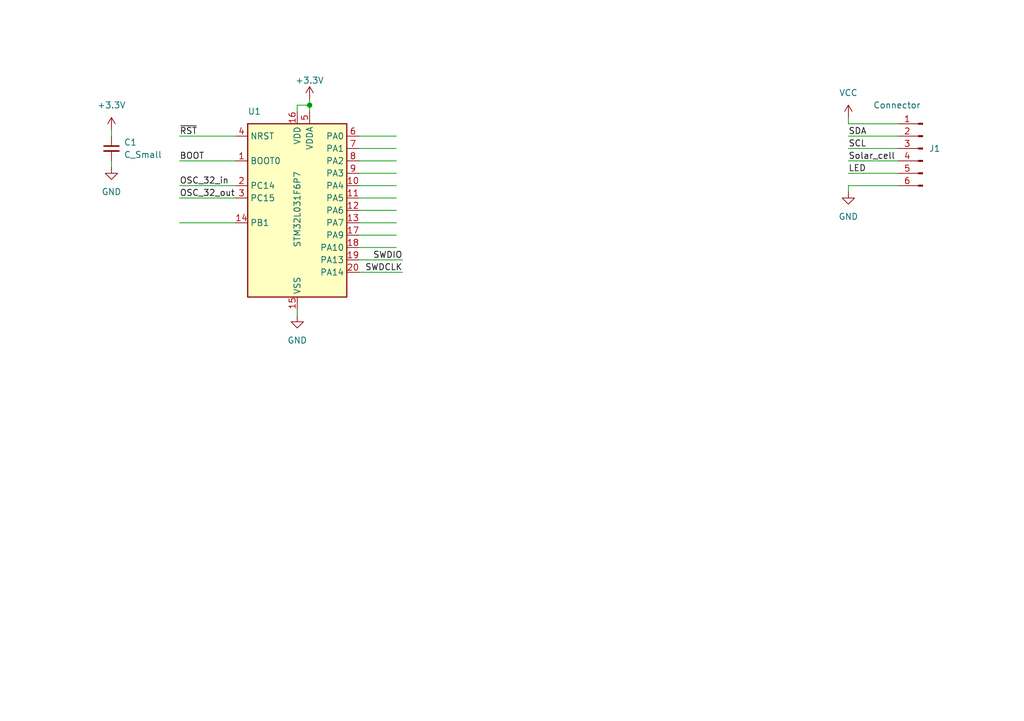
<source format=kicad_sch>
(kicad_sch (version 20230121) (generator eeschema)

  (uuid 16818c13-baad-4d43-b4c0-c389dfc2d89f)

  (paper "A5")

  (lib_symbols
    (symbol "Connector:Conn_01x06_Pin" (pin_names (offset 1.016) hide) (in_bom yes) (on_board yes)
      (property "Reference" "J" (at 0 7.62 0)
        (effects (font (size 1.27 1.27)))
      )
      (property "Value" "Conn_01x06_Pin" (at 0 -10.16 0)
        (effects (font (size 1.27 1.27)))
      )
      (property "Footprint" "" (at 0 0 0)
        (effects (font (size 1.27 1.27)) hide)
      )
      (property "Datasheet" "~" (at 0 0 0)
        (effects (font (size 1.27 1.27)) hide)
      )
      (property "ki_locked" "" (at 0 0 0)
        (effects (font (size 1.27 1.27)))
      )
      (property "ki_keywords" "connector" (at 0 0 0)
        (effects (font (size 1.27 1.27)) hide)
      )
      (property "ki_description" "Generic connector, single row, 01x06, script generated" (at 0 0 0)
        (effects (font (size 1.27 1.27)) hide)
      )
      (property "ki_fp_filters" "Connector*:*_1x??_*" (at 0 0 0)
        (effects (font (size 1.27 1.27)) hide)
      )
      (symbol "Conn_01x06_Pin_1_1"
        (polyline
          (pts
            (xy 1.27 -7.62)
            (xy 0.8636 -7.62)
          )
          (stroke (width 0.1524) (type default))
          (fill (type none))
        )
        (polyline
          (pts
            (xy 1.27 -5.08)
            (xy 0.8636 -5.08)
          )
          (stroke (width 0.1524) (type default))
          (fill (type none))
        )
        (polyline
          (pts
            (xy 1.27 -2.54)
            (xy 0.8636 -2.54)
          )
          (stroke (width 0.1524) (type default))
          (fill (type none))
        )
        (polyline
          (pts
            (xy 1.27 0)
            (xy 0.8636 0)
          )
          (stroke (width 0.1524) (type default))
          (fill (type none))
        )
        (polyline
          (pts
            (xy 1.27 2.54)
            (xy 0.8636 2.54)
          )
          (stroke (width 0.1524) (type default))
          (fill (type none))
        )
        (polyline
          (pts
            (xy 1.27 5.08)
            (xy 0.8636 5.08)
          )
          (stroke (width 0.1524) (type default))
          (fill (type none))
        )
        (rectangle (start 0.8636 -7.493) (end 0 -7.747)
          (stroke (width 0.1524) (type default))
          (fill (type outline))
        )
        (rectangle (start 0.8636 -4.953) (end 0 -5.207)
          (stroke (width 0.1524) (type default))
          (fill (type outline))
        )
        (rectangle (start 0.8636 -2.413) (end 0 -2.667)
          (stroke (width 0.1524) (type default))
          (fill (type outline))
        )
        (rectangle (start 0.8636 0.127) (end 0 -0.127)
          (stroke (width 0.1524) (type default))
          (fill (type outline))
        )
        (rectangle (start 0.8636 2.667) (end 0 2.413)
          (stroke (width 0.1524) (type default))
          (fill (type outline))
        )
        (rectangle (start 0.8636 5.207) (end 0 4.953)
          (stroke (width 0.1524) (type default))
          (fill (type outline))
        )
        (pin passive line (at 5.08 5.08 180) (length 3.81)
          (name "Pin_1" (effects (font (size 1.27 1.27))))
          (number "1" (effects (font (size 1.27 1.27))))
        )
        (pin passive line (at 5.08 2.54 180) (length 3.81)
          (name "Pin_2" (effects (font (size 1.27 1.27))))
          (number "2" (effects (font (size 1.27 1.27))))
        )
        (pin passive line (at 5.08 0 180) (length 3.81)
          (name "Pin_3" (effects (font (size 1.27 1.27))))
          (number "3" (effects (font (size 1.27 1.27))))
        )
        (pin passive line (at 5.08 -2.54 180) (length 3.81)
          (name "Pin_4" (effects (font (size 1.27 1.27))))
          (number "4" (effects (font (size 1.27 1.27))))
        )
        (pin passive line (at 5.08 -5.08 180) (length 3.81)
          (name "Pin_5" (effects (font (size 1.27 1.27))))
          (number "5" (effects (font (size 1.27 1.27))))
        )
        (pin passive line (at 5.08 -7.62 180) (length 3.81)
          (name "Pin_6" (effects (font (size 1.27 1.27))))
          (number "6" (effects (font (size 1.27 1.27))))
        )
      )
    )
    (symbol "Device:C_Small" (pin_numbers hide) (pin_names (offset 0.254) hide) (in_bom yes) (on_board yes)
      (property "Reference" "C" (at 0.254 1.778 0)
        (effects (font (size 1.27 1.27)) (justify left))
      )
      (property "Value" "C_Small" (at 0.254 -2.032 0)
        (effects (font (size 1.27 1.27)) (justify left))
      )
      (property "Footprint" "" (at 0 0 0)
        (effects (font (size 1.27 1.27)) hide)
      )
      (property "Datasheet" "~" (at 0 0 0)
        (effects (font (size 1.27 1.27)) hide)
      )
      (property "ki_keywords" "capacitor cap" (at 0 0 0)
        (effects (font (size 1.27 1.27)) hide)
      )
      (property "ki_description" "Unpolarized capacitor, small symbol" (at 0 0 0)
        (effects (font (size 1.27 1.27)) hide)
      )
      (property "ki_fp_filters" "C_*" (at 0 0 0)
        (effects (font (size 1.27 1.27)) hide)
      )
      (symbol "C_Small_0_1"
        (polyline
          (pts
            (xy -1.524 -0.508)
            (xy 1.524 -0.508)
          )
          (stroke (width 0.3302) (type default))
          (fill (type none))
        )
        (polyline
          (pts
            (xy -1.524 0.508)
            (xy 1.524 0.508)
          )
          (stroke (width 0.3048) (type default))
          (fill (type none))
        )
      )
      (symbol "C_Small_1_1"
        (pin passive line (at 0 2.54 270) (length 2.032)
          (name "~" (effects (font (size 1.27 1.27))))
          (number "1" (effects (font (size 1.27 1.27))))
        )
        (pin passive line (at 0 -2.54 90) (length 2.032)
          (name "~" (effects (font (size 1.27 1.27))))
          (number "2" (effects (font (size 1.27 1.27))))
        )
      )
    )
    (symbol "MCU_ST_STM32L0:STM32L031F6Px" (in_bom yes) (on_board yes)
      (property "Reference" "U" (at -10.16 19.05 0)
        (effects (font (size 1.27 1.27)) (justify left))
      )
      (property "Value" "STM32L031F6Px" (at 5.08 19.05 0)
        (effects (font (size 1.27 1.27)) (justify left))
      )
      (property "Footprint" "Package_SO:TSSOP-20_4.4x6.5mm_P0.65mm" (at -10.16 -17.78 0)
        (effects (font (size 1.27 1.27)) (justify right) hide)
      )
      (property "Datasheet" "https://www.st.com/resource/en/datasheet/stm32l031f6.pdf" (at 0 0 0)
        (effects (font (size 1.27 1.27)) hide)
      )
      (property "ki_locked" "" (at 0 0 0)
        (effects (font (size 1.27 1.27)))
      )
      (property "ki_keywords" "Arm Cortex-M0+ STM32L0 STM32L0x1" (at 0 0 0)
        (effects (font (size 1.27 1.27)) hide)
      )
      (property "ki_description" "STMicroelectronics Arm Cortex-M0+ MCU, 32KB flash, 8KB RAM, 32 MHz, 1.65-3.6V, 15 GPIO, TSSOP20" (at 0 0 0)
        (effects (font (size 1.27 1.27)) hide)
      )
      (property "ki_fp_filters" "TSSOP*4.4x6.5mm*P0.65mm*" (at 0 0 0)
        (effects (font (size 1.27 1.27)) hide)
      )
      (symbol "STM32L031F6Px_0_1"
        (rectangle (start -10.16 -17.78) (end 10.16 17.78)
          (stroke (width 0.254) (type default))
          (fill (type background))
        )
      )
      (symbol "STM32L031F6Px_1_1"
        (pin input line (at -12.7 10.16 0) (length 2.54)
          (name "BOOT0" (effects (font (size 1.27 1.27))))
          (number "1" (effects (font (size 1.27 1.27))))
        )
        (pin bidirectional line (at 12.7 5.08 180) (length 2.54)
          (name "PA4" (effects (font (size 1.27 1.27))))
          (number "10" (effects (font (size 1.27 1.27))))
          (alternate "ADC_IN4" bidirectional line)
          (alternate "COMP1_INM" bidirectional line)
          (alternate "COMP2_INM" bidirectional line)
          (alternate "LPTIM1_IN1" bidirectional line)
          (alternate "SPI1_NSS" bidirectional line)
          (alternate "TIM22_ETR" bidirectional line)
          (alternate "USART2_CK" bidirectional line)
        )
        (pin bidirectional line (at 12.7 2.54 180) (length 2.54)
          (name "PA5" (effects (font (size 1.27 1.27))))
          (number "11" (effects (font (size 1.27 1.27))))
          (alternate "ADC_IN5" bidirectional line)
          (alternate "COMP1_INM" bidirectional line)
          (alternate "COMP2_INM" bidirectional line)
          (alternate "LPTIM1_IN2" bidirectional line)
          (alternate "SPI1_SCK" bidirectional line)
          (alternate "TIM2_CH1" bidirectional line)
          (alternate "TIM2_ETR" bidirectional line)
        )
        (pin bidirectional line (at 12.7 0 180) (length 2.54)
          (name "PA6" (effects (font (size 1.27 1.27))))
          (number "12" (effects (font (size 1.27 1.27))))
          (alternate "ADC_IN6" bidirectional line)
          (alternate "COMP1_OUT" bidirectional line)
          (alternate "LPTIM1_ETR" bidirectional line)
          (alternate "LPUART1_CTS" bidirectional line)
          (alternate "SPI1_MISO" bidirectional line)
          (alternate "TIM22_CH1" bidirectional line)
        )
        (pin bidirectional line (at 12.7 -2.54 180) (length 2.54)
          (name "PA7" (effects (font (size 1.27 1.27))))
          (number "13" (effects (font (size 1.27 1.27))))
          (alternate "ADC_IN7" bidirectional line)
          (alternate "COMP2_OUT" bidirectional line)
          (alternate "LPTIM1_OUT" bidirectional line)
          (alternate "SPI1_MOSI" bidirectional line)
          (alternate "TIM22_CH2" bidirectional line)
          (alternate "USART2_CTS" bidirectional line)
        )
        (pin bidirectional line (at -12.7 -2.54 0) (length 2.54)
          (name "PB1" (effects (font (size 1.27 1.27))))
          (number "14" (effects (font (size 1.27 1.27))))
          (alternate "ADC_IN9" bidirectional line)
          (alternate "LPUART1_DE" bidirectional line)
          (alternate "LPUART1_RTS" bidirectional line)
          (alternate "SPI1_MOSI" bidirectional line)
          (alternate "SYS_VREF_OUT_PB1" bidirectional line)
          (alternate "TIM2_CH4" bidirectional line)
          (alternate "USART2_CK" bidirectional line)
        )
        (pin power_in line (at 0 -20.32 90) (length 2.54)
          (name "VSS" (effects (font (size 1.27 1.27))))
          (number "15" (effects (font (size 1.27 1.27))))
        )
        (pin power_in line (at 0 20.32 270) (length 2.54)
          (name "VDD" (effects (font (size 1.27 1.27))))
          (number "16" (effects (font (size 1.27 1.27))))
        )
        (pin bidirectional line (at 12.7 -5.08 180) (length 2.54)
          (name "PA9" (effects (font (size 1.27 1.27))))
          (number "17" (effects (font (size 1.27 1.27))))
          (alternate "I2C1_SCL" bidirectional line)
          (alternate "RCC_MCO" bidirectional line)
          (alternate "TIM22_CH1" bidirectional line)
          (alternate "USART2_TX" bidirectional line)
        )
        (pin bidirectional line (at 12.7 -7.62 180) (length 2.54)
          (name "PA10" (effects (font (size 1.27 1.27))))
          (number "18" (effects (font (size 1.27 1.27))))
          (alternate "I2C1_SDA" bidirectional line)
          (alternate "TIM22_CH2" bidirectional line)
          (alternate "USART2_RX" bidirectional line)
        )
        (pin bidirectional line (at 12.7 -10.16 180) (length 2.54)
          (name "PA13" (effects (font (size 1.27 1.27))))
          (number "19" (effects (font (size 1.27 1.27))))
          (alternate "LPTIM1_ETR" bidirectional line)
          (alternate "LPUART1_RX" bidirectional line)
          (alternate "SYS_SWDIO" bidirectional line)
        )
        (pin bidirectional line (at -12.7 5.08 0) (length 2.54)
          (name "PC14" (effects (font (size 1.27 1.27))))
          (number "2" (effects (font (size 1.27 1.27))))
          (alternate "RCC_OSC32_IN" bidirectional line)
        )
        (pin bidirectional line (at 12.7 -12.7 180) (length 2.54)
          (name "PA14" (effects (font (size 1.27 1.27))))
          (number "20" (effects (font (size 1.27 1.27))))
          (alternate "I2C1_SMBA" bidirectional line)
          (alternate "LPTIM1_OUT" bidirectional line)
          (alternate "LPUART1_TX" bidirectional line)
          (alternate "SYS_SWCLK" bidirectional line)
          (alternate "USART2_TX" bidirectional line)
        )
        (pin bidirectional line (at -12.7 2.54 0) (length 2.54)
          (name "PC15" (effects (font (size 1.27 1.27))))
          (number "3" (effects (font (size 1.27 1.27))))
          (alternate "RCC_OSC32_OUT" bidirectional line)
        )
        (pin input line (at -12.7 15.24 0) (length 2.54)
          (name "NRST" (effects (font (size 1.27 1.27))))
          (number "4" (effects (font (size 1.27 1.27))))
        )
        (pin power_in line (at 2.54 20.32 270) (length 2.54)
          (name "VDDA" (effects (font (size 1.27 1.27))))
          (number "5" (effects (font (size 1.27 1.27))))
        )
        (pin bidirectional line (at 12.7 15.24 180) (length 2.54)
          (name "PA0" (effects (font (size 1.27 1.27))))
          (number "6" (effects (font (size 1.27 1.27))))
          (alternate "ADC_IN0" bidirectional line)
          (alternate "COMP1_INM" bidirectional line)
          (alternate "COMP1_OUT" bidirectional line)
          (alternate "LPTIM1_IN1" bidirectional line)
          (alternate "RCC_CK_IN" bidirectional line)
          (alternate "RTC_TAMP2" bidirectional line)
          (alternate "SYS_WKUP1" bidirectional line)
          (alternate "TIM2_CH1" bidirectional line)
          (alternate "TIM2_ETR" bidirectional line)
          (alternate "USART2_CTS" bidirectional line)
        )
        (pin bidirectional line (at 12.7 12.7 180) (length 2.54)
          (name "PA1" (effects (font (size 1.27 1.27))))
          (number "7" (effects (font (size 1.27 1.27))))
          (alternate "ADC_IN1" bidirectional line)
          (alternate "COMP1_INP" bidirectional line)
          (alternate "I2C1_SMBA" bidirectional line)
          (alternate "LPTIM1_IN2" bidirectional line)
          (alternate "TIM21_ETR" bidirectional line)
          (alternate "TIM2_CH2" bidirectional line)
          (alternate "USART2_DE" bidirectional line)
          (alternate "USART2_RTS" bidirectional line)
        )
        (pin bidirectional line (at 12.7 10.16 180) (length 2.54)
          (name "PA2" (effects (font (size 1.27 1.27))))
          (number "8" (effects (font (size 1.27 1.27))))
          (alternate "ADC_IN2" bidirectional line)
          (alternate "COMP2_INM" bidirectional line)
          (alternate "COMP2_OUT" bidirectional line)
          (alternate "LPUART1_TX" bidirectional line)
          (alternate "RTC_OUT_ALARM" bidirectional line)
          (alternate "RTC_OUT_CALIB" bidirectional line)
          (alternate "RTC_TAMP3" bidirectional line)
          (alternate "RTC_TS" bidirectional line)
          (alternate "SYS_WKUP3" bidirectional line)
          (alternate "TIM21_CH1" bidirectional line)
          (alternate "TIM2_CH3" bidirectional line)
          (alternate "USART2_TX" bidirectional line)
        )
        (pin bidirectional line (at 12.7 7.62 180) (length 2.54)
          (name "PA3" (effects (font (size 1.27 1.27))))
          (number "9" (effects (font (size 1.27 1.27))))
          (alternate "ADC_IN3" bidirectional line)
          (alternate "COMP2_INP" bidirectional line)
          (alternate "LPUART1_RX" bidirectional line)
          (alternate "TIM21_CH2" bidirectional line)
          (alternate "TIM2_CH4" bidirectional line)
          (alternate "USART2_RX" bidirectional line)
        )
      )
    )
    (symbol "power:+3.3V" (power) (pin_names (offset 0)) (in_bom yes) (on_board yes)
      (property "Reference" "#PWR" (at 0 -3.81 0)
        (effects (font (size 1.27 1.27)) hide)
      )
      (property "Value" "+3.3V" (at 0 3.556 0)
        (effects (font (size 1.27 1.27)))
      )
      (property "Footprint" "" (at 0 0 0)
        (effects (font (size 1.27 1.27)) hide)
      )
      (property "Datasheet" "" (at 0 0 0)
        (effects (font (size 1.27 1.27)) hide)
      )
      (property "ki_keywords" "global power" (at 0 0 0)
        (effects (font (size 1.27 1.27)) hide)
      )
      (property "ki_description" "Power symbol creates a global label with name \"+3.3V\"" (at 0 0 0)
        (effects (font (size 1.27 1.27)) hide)
      )
      (symbol "+3.3V_0_1"
        (polyline
          (pts
            (xy -0.762 1.27)
            (xy 0 2.54)
          )
          (stroke (width 0) (type default))
          (fill (type none))
        )
        (polyline
          (pts
            (xy 0 0)
            (xy 0 2.54)
          )
          (stroke (width 0) (type default))
          (fill (type none))
        )
        (polyline
          (pts
            (xy 0 2.54)
            (xy 0.762 1.27)
          )
          (stroke (width 0) (type default))
          (fill (type none))
        )
      )
      (symbol "+3.3V_1_1"
        (pin power_in line (at 0 0 90) (length 0) hide
          (name "+3.3V" (effects (font (size 1.27 1.27))))
          (number "1" (effects (font (size 1.27 1.27))))
        )
      )
    )
    (symbol "power:GND" (power) (pin_names (offset 0)) (in_bom yes) (on_board yes)
      (property "Reference" "#PWR" (at 0 -6.35 0)
        (effects (font (size 1.27 1.27)) hide)
      )
      (property "Value" "GND" (at 0 -3.81 0)
        (effects (font (size 1.27 1.27)))
      )
      (property "Footprint" "" (at 0 0 0)
        (effects (font (size 1.27 1.27)) hide)
      )
      (property "Datasheet" "" (at 0 0 0)
        (effects (font (size 1.27 1.27)) hide)
      )
      (property "ki_keywords" "global power" (at 0 0 0)
        (effects (font (size 1.27 1.27)) hide)
      )
      (property "ki_description" "Power symbol creates a global label with name \"GND\" , ground" (at 0 0 0)
        (effects (font (size 1.27 1.27)) hide)
      )
      (symbol "GND_0_1"
        (polyline
          (pts
            (xy 0 0)
            (xy 0 -1.27)
            (xy 1.27 -1.27)
            (xy 0 -2.54)
            (xy -1.27 -1.27)
            (xy 0 -1.27)
          )
          (stroke (width 0) (type default))
          (fill (type none))
        )
      )
      (symbol "GND_1_1"
        (pin power_in line (at 0 0 270) (length 0) hide
          (name "GND" (effects (font (size 1.27 1.27))))
          (number "1" (effects (font (size 1.27 1.27))))
        )
      )
    )
    (symbol "power:VCC" (power) (pin_names (offset 0)) (in_bom yes) (on_board yes)
      (property "Reference" "#PWR" (at 0 -3.81 0)
        (effects (font (size 1.27 1.27)) hide)
      )
      (property "Value" "VCC" (at 0 3.81 0)
        (effects (font (size 1.27 1.27)))
      )
      (property "Footprint" "" (at 0 0 0)
        (effects (font (size 1.27 1.27)) hide)
      )
      (property "Datasheet" "" (at 0 0 0)
        (effects (font (size 1.27 1.27)) hide)
      )
      (property "ki_keywords" "global power" (at 0 0 0)
        (effects (font (size 1.27 1.27)) hide)
      )
      (property "ki_description" "Power symbol creates a global label with name \"VCC\"" (at 0 0 0)
        (effects (font (size 1.27 1.27)) hide)
      )
      (symbol "VCC_0_1"
        (polyline
          (pts
            (xy -0.762 1.27)
            (xy 0 2.54)
          )
          (stroke (width 0) (type default))
          (fill (type none))
        )
        (polyline
          (pts
            (xy 0 0)
            (xy 0 2.54)
          )
          (stroke (width 0) (type default))
          (fill (type none))
        )
        (polyline
          (pts
            (xy 0 2.54)
            (xy 0.762 1.27)
          )
          (stroke (width 0) (type default))
          (fill (type none))
        )
      )
      (symbol "VCC_1_1"
        (pin power_in line (at 0 0 90) (length 0) hide
          (name "VCC" (effects (font (size 1.27 1.27))))
          (number "1" (effects (font (size 1.27 1.27))))
        )
      )
    )
  )

  (junction (at 63.5 21.59) (diameter 0) (color 0 0 0 0)
    (uuid 73ac1dc7-8c3a-4379-a403-79ac83cf1734)
  )

  (wire (pts (xy 173.99 38.1) (xy 173.99 39.37))
    (stroke (width 0) (type default))
    (uuid 20096997-3278-49dd-ba1d-d8e73ef53423)
  )
  (wire (pts (xy 60.96 22.86) (xy 60.96 21.59))
    (stroke (width 0) (type default))
    (uuid 24c32f08-2de0-4793-8e81-a641df2ef524)
  )
  (wire (pts (xy 73.66 33.02) (xy 81.28 33.02))
    (stroke (width 0) (type default))
    (uuid 2870d4f1-8579-48aa-9826-c6f73e63e59b)
  )
  (wire (pts (xy 73.66 43.18) (xy 81.28 43.18))
    (stroke (width 0) (type default))
    (uuid 2e761615-0764-465d-8134-4584240c3de2)
  )
  (wire (pts (xy 36.83 40.64) (xy 48.26 40.64))
    (stroke (width 0) (type default))
    (uuid 32780bde-f0e0-499e-a4a5-aedcdefeec11)
  )
  (wire (pts (xy 36.83 45.72) (xy 48.26 45.72))
    (stroke (width 0) (type default))
    (uuid 3f93fd33-da9b-4aaa-87bd-5f53b76a4def)
  )
  (wire (pts (xy 22.86 33.02) (xy 22.86 34.29))
    (stroke (width 0) (type default))
    (uuid 449d660e-8a58-46b2-9d47-1d5ddfb0197b)
  )
  (wire (pts (xy 73.66 48.26) (xy 81.28 48.26))
    (stroke (width 0) (type default))
    (uuid 44ed6c0d-6998-4afb-afc0-74400828ff91)
  )
  (wire (pts (xy 73.66 27.94) (xy 81.28 27.94))
    (stroke (width 0) (type default))
    (uuid 46141185-76ae-4e50-9397-a0ef7e2b41fd)
  )
  (wire (pts (xy 63.5 21.59) (xy 63.5 22.86))
    (stroke (width 0) (type default))
    (uuid 53b9df89-a4c6-4b11-882b-22a535f22f1a)
  )
  (wire (pts (xy 173.99 33.02) (xy 184.15 33.02))
    (stroke (width 0) (type default))
    (uuid 55a594d2-52fe-4cb7-af1b-91345cdf0c65)
  )
  (wire (pts (xy 173.99 35.56) (xy 184.15 35.56))
    (stroke (width 0) (type default))
    (uuid 59e75fcc-c42c-423a-ac85-4168d49100c8)
  )
  (wire (pts (xy 60.96 63.5) (xy 60.96 64.77))
    (stroke (width 0) (type default))
    (uuid 5cad2f4a-f9a3-43d4-90d9-880d0f9c22f5)
  )
  (wire (pts (xy 36.83 38.1) (xy 48.26 38.1))
    (stroke (width 0) (type default))
    (uuid 5ce091f7-a672-493c-ab36-1086a4bef095)
  )
  (wire (pts (xy 73.66 53.34) (xy 82.55 53.34))
    (stroke (width 0) (type default))
    (uuid 5f3d566d-a71c-4b09-a4d6-192db59ea6c2)
  )
  (wire (pts (xy 73.66 35.56) (xy 81.28 35.56))
    (stroke (width 0) (type default))
    (uuid 6bb15f67-2a76-4403-8a5a-74d739d6a3d9)
  )
  (wire (pts (xy 36.83 27.94) (xy 48.26 27.94))
    (stroke (width 0) (type default))
    (uuid 71123338-7d29-499f-ac8e-ab568a23ac2b)
  )
  (wire (pts (xy 36.83 33.02) (xy 48.26 33.02))
    (stroke (width 0) (type default))
    (uuid 7200db10-6c8d-41d1-945e-aa5c52e29f18)
  )
  (wire (pts (xy 173.99 38.1) (xy 184.15 38.1))
    (stroke (width 0) (type default))
    (uuid 8050a4c8-4f9b-4e35-9dc8-06933774e18c)
  )
  (wire (pts (xy 73.66 55.88) (xy 82.55 55.88))
    (stroke (width 0) (type default))
    (uuid 851fae7c-b201-49ca-a383-127c1e72b2ad)
  )
  (wire (pts (xy 173.99 27.94) (xy 184.15 27.94))
    (stroke (width 0) (type default))
    (uuid 8d32fcb2-ed17-4367-b4ee-07114752f077)
  )
  (wire (pts (xy 173.99 25.4) (xy 184.15 25.4))
    (stroke (width 0) (type default))
    (uuid 9252304a-32bf-420e-8849-8e5612aa054c)
  )
  (wire (pts (xy 173.99 24.13) (xy 173.99 25.4))
    (stroke (width 0) (type default))
    (uuid 96a299e5-191c-4db5-b8ac-c4fa875fb315)
  )
  (wire (pts (xy 73.66 45.72) (xy 81.28 45.72))
    (stroke (width 0) (type default))
    (uuid 996fa414-7a13-47f6-b06c-168f9951d59c)
  )
  (wire (pts (xy 73.66 40.64) (xy 81.28 40.64))
    (stroke (width 0) (type default))
    (uuid a7fb55de-8f94-4514-a101-69a74e36e710)
  )
  (wire (pts (xy 73.66 50.8) (xy 81.28 50.8))
    (stroke (width 0) (type default))
    (uuid b2d0ee71-fb95-43d7-8d50-30487f6aa340)
  )
  (wire (pts (xy 60.96 21.59) (xy 63.5 21.59))
    (stroke (width 0) (type default))
    (uuid dbe04173-ae62-4614-b96f-d75088ea48fe)
  )
  (wire (pts (xy 73.66 30.48) (xy 81.28 30.48))
    (stroke (width 0) (type default))
    (uuid dda7d119-1e74-4963-897c-16d9bc4dab66)
  )
  (wire (pts (xy 22.86 26.67) (xy 22.86 27.94))
    (stroke (width 0) (type default))
    (uuid de7c53c8-941d-43e7-b3ef-8b0f4f658016)
  )
  (wire (pts (xy 73.66 38.1) (xy 81.28 38.1))
    (stroke (width 0) (type default))
    (uuid e05212aa-3877-4ad1-bc21-53d6563ba8c1)
  )
  (wire (pts (xy 63.5 20.32) (xy 63.5 21.59))
    (stroke (width 0) (type default))
    (uuid fb3eed78-d8fa-4af2-a228-8ff08baf3afe)
  )
  (wire (pts (xy 173.99 30.48) (xy 184.15 30.48))
    (stroke (width 0) (type default))
    (uuid fce7ca7d-52ef-476a-8600-c99c44eb5bcf)
  )

  (label "BOOT" (at 36.83 33.02 0) (fields_autoplaced)
    (effects (font (size 1.27 1.27)) (justify left bottom))
    (uuid 038b908f-95d8-4841-8639-4cb9bc724e33)
  )
  (label "OSC_32_in" (at 36.83 38.1 0) (fields_autoplaced)
    (effects (font (size 1.27 1.27)) (justify left bottom))
    (uuid 1ac37ff5-ee97-402b-9248-b10ec12bc779)
  )
  (label "SWDIO" (at 82.55 53.34 180) (fields_autoplaced)
    (effects (font (size 1.27 1.27)) (justify right bottom))
    (uuid 2e0f755a-4d17-42b3-ad4b-1ba01e59eb2d)
  )
  (label "~{RST}" (at 36.83 27.94 0) (fields_autoplaced)
    (effects (font (size 1.27 1.27)) (justify left bottom))
    (uuid 2e494104-f81a-4a51-a4b9-570e6cacece0)
  )
  (label "LED" (at 173.99 35.56 0) (fields_autoplaced)
    (effects (font (size 1.27 1.27)) (justify left bottom))
    (uuid 3760af2a-f4db-432c-92ae-faeddbf525a1)
  )
  (label "SWDCLK" (at 82.55 55.88 180) (fields_autoplaced)
    (effects (font (size 1.27 1.27)) (justify right bottom))
    (uuid 908fcdf2-75b1-4fa4-9b95-0883b7f01f37)
  )
  (label "SCL" (at 173.99 30.48 0) (fields_autoplaced)
    (effects (font (size 1.27 1.27)) (justify left bottom))
    (uuid a3a03e95-cf96-4de4-8f4c-ead218a336a1)
  )
  (label "OSC_32_out" (at 36.83 40.64 0) (fields_autoplaced)
    (effects (font (size 1.27 1.27)) (justify left bottom))
    (uuid bab2ebbb-303e-49ea-9e27-3b5984b4ca84)
  )
  (label "SDA" (at 173.99 27.94 0) (fields_autoplaced)
    (effects (font (size 1.27 1.27)) (justify left bottom))
    (uuid d1604a76-84f9-4c69-8f75-192377e02821)
  )
  (label "Solar_cell" (at 173.99 33.02 0) (fields_autoplaced)
    (effects (font (size 1.27 1.27)) (justify left bottom))
    (uuid f8c9dae6-d56e-45d2-81fb-88caf48b3209)
  )

  (symbol (lib_id "power:GND") (at 22.86 34.29 0) (unit 1)
    (in_bom yes) (on_board yes) (dnp no) (fields_autoplaced)
    (uuid 0dd4891d-e723-4b17-93fa-32eb92d3a338)
    (property "Reference" "#PWR04" (at 22.86 40.64 0)
      (effects (font (size 1.27 1.27)) hide)
    )
    (property "Value" "GND" (at 22.86 39.37 0)
      (effects (font (size 1.27 1.27)))
    )
    (property "Footprint" "" (at 22.86 34.29 0)
      (effects (font (size 1.27 1.27)) hide)
    )
    (property "Datasheet" "" (at 22.86 34.29 0)
      (effects (font (size 1.27 1.27)) hide)
    )
    (pin "1" (uuid 3fbe528d-6755-4af0-ba35-52bd7033f854))
    (instances
      (project "HomeEnvSensor"
        (path "/16818c13-baad-4d43-b4c0-c389dfc2d89f"
          (reference "#PWR04") (unit 1)
        )
      )
    )
  )

  (symbol (lib_id "power:GND") (at 60.96 64.77 0) (unit 1)
    (in_bom yes) (on_board yes) (dnp no) (fields_autoplaced)
    (uuid 30d5f78b-b674-45f7-bddf-8d4fa6cc7c25)
    (property "Reference" "#PWR01" (at 60.96 71.12 0)
      (effects (font (size 1.27 1.27)) hide)
    )
    (property "Value" "GND" (at 60.96 69.85 0)
      (effects (font (size 1.27 1.27)))
    )
    (property "Footprint" "" (at 60.96 64.77 0)
      (effects (font (size 1.27 1.27)) hide)
    )
    (property "Datasheet" "" (at 60.96 64.77 0)
      (effects (font (size 1.27 1.27)) hide)
    )
    (pin "1" (uuid 5e2a58fc-189f-4d78-87a8-ea50e3b5e32b))
    (instances
      (project "HomeEnvSensor"
        (path "/16818c13-baad-4d43-b4c0-c389dfc2d89f"
          (reference "#PWR01") (unit 1)
        )
      )
    )
  )

  (symbol (lib_id "power:GND") (at 173.99 39.37 0) (unit 1)
    (in_bom yes) (on_board yes) (dnp no) (fields_autoplaced)
    (uuid 86064050-a78f-41be-9a05-7bd2f5559a2a)
    (property "Reference" "#PWR05" (at 173.99 45.72 0)
      (effects (font (size 1.27 1.27)) hide)
    )
    (property "Value" "GND" (at 173.99 44.45 0)
      (effects (font (size 1.27 1.27)))
    )
    (property "Footprint" "" (at 173.99 39.37 0)
      (effects (font (size 1.27 1.27)) hide)
    )
    (property "Datasheet" "" (at 173.99 39.37 0)
      (effects (font (size 1.27 1.27)) hide)
    )
    (pin "1" (uuid e06ede75-fac5-486b-b30c-b532f95af659))
    (instances
      (project "HomeEnvSensor"
        (path "/16818c13-baad-4d43-b4c0-c389dfc2d89f"
          (reference "#PWR05") (unit 1)
        )
      )
    )
  )

  (symbol (lib_id "power:+3.3V") (at 22.86 26.67 0) (unit 1)
    (in_bom yes) (on_board yes) (dnp no) (fields_autoplaced)
    (uuid af0cf01d-ddca-4608-9dce-43ef6afed469)
    (property "Reference" "#PWR03" (at 22.86 30.48 0)
      (effects (font (size 1.27 1.27)) hide)
    )
    (property "Value" "+3.3V" (at 22.86 21.59 0)
      (effects (font (size 1.27 1.27)))
    )
    (property "Footprint" "" (at 22.86 26.67 0)
      (effects (font (size 1.27 1.27)) hide)
    )
    (property "Datasheet" "" (at 22.86 26.67 0)
      (effects (font (size 1.27 1.27)) hide)
    )
    (pin "1" (uuid cbfa36b1-34be-42c1-899d-2706116184cf))
    (instances
      (project "HomeEnvSensor"
        (path "/16818c13-baad-4d43-b4c0-c389dfc2d89f"
          (reference "#PWR03") (unit 1)
        )
      )
    )
  )

  (symbol (lib_id "power:+3.3V") (at 63.5 20.32 0) (unit 1)
    (in_bom yes) (on_board yes) (dnp no)
    (uuid b672d642-0e81-440b-9fa5-087523074281)
    (property "Reference" "#PWR02" (at 63.5 24.13 0)
      (effects (font (size 1.27 1.27)) hide)
    )
    (property "Value" "+3.3V" (at 63.5 16.51 0)
      (effects (font (size 1.27 1.27)))
    )
    (property "Footprint" "" (at 63.5 20.32 0)
      (effects (font (size 1.27 1.27)) hide)
    )
    (property "Datasheet" "" (at 63.5 20.32 0)
      (effects (font (size 1.27 1.27)) hide)
    )
    (pin "1" (uuid a63d540f-f419-48d7-b8f3-b44143546f50))
    (instances
      (project "HomeEnvSensor"
        (path "/16818c13-baad-4d43-b4c0-c389dfc2d89f"
          (reference "#PWR02") (unit 1)
        )
      )
    )
  )

  (symbol (lib_id "Device:C_Small") (at 22.86 30.48 0) (unit 1)
    (in_bom yes) (on_board yes) (dnp no) (fields_autoplaced)
    (uuid c6447265-78db-4425-b7c4-a75266faa6cc)
    (property "Reference" "C1" (at 25.4 29.2163 0)
      (effects (font (size 1.27 1.27)) (justify left))
    )
    (property "Value" "C_Small" (at 25.4 31.7563 0)
      (effects (font (size 1.27 1.27)) (justify left))
    )
    (property "Footprint" "" (at 22.86 30.48 0)
      (effects (font (size 1.27 1.27)) hide)
    )
    (property "Datasheet" "~" (at 22.86 30.48 0)
      (effects (font (size 1.27 1.27)) hide)
    )
    (pin "1" (uuid 372ee040-d745-47a6-9956-61d8a8093fee))
    (pin "2" (uuid b07433d6-0e48-4d87-aa55-b8df7f2335e7))
    (instances
      (project "HomeEnvSensor"
        (path "/16818c13-baad-4d43-b4c0-c389dfc2d89f"
          (reference "C1") (unit 1)
        )
      )
    )
  )

  (symbol (lib_id "Connector:Conn_01x06_Pin") (at 189.23 30.48 0) (mirror y) (unit 1)
    (in_bom yes) (on_board yes) (dnp no)
    (uuid df863b8f-cb27-49d7-b8af-4205d77fed9b)
    (property "Reference" "J1" (at 190.5 30.48 0)
      (effects (font (size 1.27 1.27)) (justify right))
    )
    (property "Value" "Connector" (at 179.07 21.59 0)
      (effects (font (size 1.27 1.27)) (justify right))
    )
    (property "Footprint" "" (at 189.23 30.48 0)
      (effects (font (size 1.27 1.27)) hide)
    )
    (property "Datasheet" "~" (at 189.23 30.48 0)
      (effects (font (size 1.27 1.27)) hide)
    )
    (pin "1" (uuid d9be7701-243a-4953-818e-a01a4f5c0432))
    (pin "2" (uuid f1695575-1268-43f8-86f4-b4ca35a8e8ab))
    (pin "3" (uuid a618a980-ea3c-49e0-a9ed-a8dc35d2cfef))
    (pin "4" (uuid e298700e-ddaa-4ff2-80a4-277627a44d74))
    (pin "5" (uuid 28266a43-3b09-40c5-8109-c295ffbe9e47))
    (pin "6" (uuid d4bba590-60d0-44a2-9093-7a53e43a39e8))
    (instances
      (project "HomeEnvSensor"
        (path "/16818c13-baad-4d43-b4c0-c389dfc2d89f"
          (reference "J1") (unit 1)
        )
      )
    )
  )

  (symbol (lib_id "power:VCC") (at 173.99 24.13 0) (unit 1)
    (in_bom yes) (on_board yes) (dnp no) (fields_autoplaced)
    (uuid ec59bd56-284c-474b-aa17-0981d7dc9aa7)
    (property "Reference" "#PWR06" (at 173.99 27.94 0)
      (effects (font (size 1.27 1.27)) hide)
    )
    (property "Value" "VCC" (at 173.99 19.05 0)
      (effects (font (size 1.27 1.27)))
    )
    (property "Footprint" "" (at 173.99 24.13 0)
      (effects (font (size 1.27 1.27)) hide)
    )
    (property "Datasheet" "" (at 173.99 24.13 0)
      (effects (font (size 1.27 1.27)) hide)
    )
    (pin "1" (uuid cdbfcd17-9bac-4b8b-85c8-e7bc8a391696))
    (instances
      (project "HomeEnvSensor"
        (path "/16818c13-baad-4d43-b4c0-c389dfc2d89f"
          (reference "#PWR06") (unit 1)
        )
      )
    )
  )

  (symbol (lib_id "MCU_ST_STM32L0:STM32L031F6Px") (at 60.96 43.18 0) (unit 1)
    (in_bom yes) (on_board yes) (dnp no)
    (uuid fbca6985-2e2d-4302-954a-42bf8f7a944e)
    (property "Reference" "U1" (at 50.8 22.86 0)
      (effects (font (size 1.27 1.27)) (justify left))
    )
    (property "Value" "STM32L031F6P7" (at 60.96 50.8 90)
      (effects (font (size 1.27 1.27)) (justify left))
    )
    (property "Footprint" "Package_SO:TSSOP-20_4.4x6.5mm_P0.65mm" (at 50.8 60.96 0)
      (effects (font (size 1.27 1.27)) (justify right) hide)
    )
    (property "Datasheet" "https://www.st.com/resource/en/datasheet/stm32l031f6.pdf" (at 60.96 43.18 0)
      (effects (font (size 1.27 1.27)) hide)
    )
    (pin "1" (uuid daf6f0ca-1889-4586-9c5b-36103d28166b))
    (pin "10" (uuid cdb5b194-6a9f-45dd-a1d3-19218ce20e57))
    (pin "11" (uuid 1f163319-8c69-4eac-a4dc-13b77d6facde))
    (pin "12" (uuid 4c109284-242c-4c8f-9622-3b5aae449fd7))
    (pin "13" (uuid e93f9b97-9880-4983-acca-5133d21dedfb))
    (pin "14" (uuid 29ff06c1-2e92-4787-b20a-903f10ad0f2e))
    (pin "15" (uuid 2802e789-c30d-4c6c-9e05-9dbdecd45e78))
    (pin "16" (uuid 75e931d6-dbe6-474f-9424-32602a45170a))
    (pin "17" (uuid 928896d5-d692-4447-be23-391f63d79457))
    (pin "18" (uuid a969147f-baec-4598-bf8a-1e382d1a92c3))
    (pin "19" (uuid eaecf908-1bfb-4b76-80f3-fbbf2a5ed12e))
    (pin "2" (uuid e02ecfde-9d0e-4305-bce7-982a74af3487))
    (pin "20" (uuid 3eb068f6-85d3-42fd-9ccb-3fa959919b99))
    (pin "3" (uuid 5e6c82b8-0a31-4e69-b170-563a1a830330))
    (pin "4" (uuid 934fb5b3-3c11-4548-8d7b-d2b75ae72043))
    (pin "5" (uuid ea709d53-f36b-4369-8778-ba294dbf203b))
    (pin "6" (uuid 8aa82dc7-4269-4a41-a97c-f03a6d90ca49))
    (pin "7" (uuid e98e5334-5e0c-4e4b-96f7-dfe100ccf5f8))
    (pin "8" (uuid c44e59ba-7fa8-4d00-a49a-e35edef7c21d))
    (pin "9" (uuid 60eea7d5-dab4-4619-b456-3fc5e8df7451))
    (instances
      (project "HomeEnvSensor"
        (path "/16818c13-baad-4d43-b4c0-c389dfc2d89f"
          (reference "U1") (unit 1)
        )
      )
    )
  )

  (sheet_instances
    (path "/" (page "1"))
  )
)

</source>
